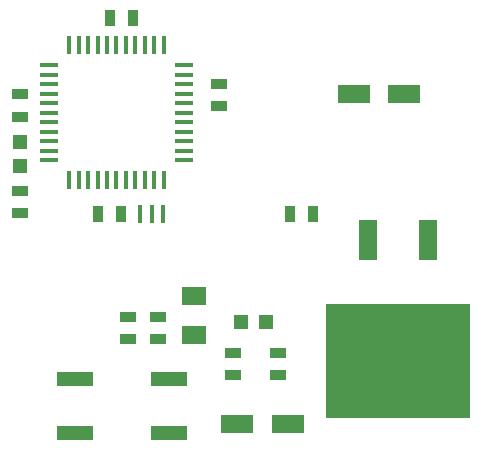
<source format=gtp>
G04 (created by PCBNEW-RS274X (2011-nov-30)-testing) date Tue 24 Jan 2012 06:26:41 PM EST*
G01*
G70*
G90*
%MOIN*%
G04 Gerber Fmt 3.4, Leading zero omitted, Abs format*
%FSLAX34Y34*%
G04 APERTURE LIST*
%ADD10C,0.006000*%
%ADD11R,0.110200X0.063000*%
%ADD12R,0.047200X0.047200*%
%ADD13R,0.055000X0.035000*%
%ADD14R,0.035000X0.055000*%
%ADD15R,0.080000X0.060000*%
%ADD16R,0.480300X0.383900*%
%ADD17R,0.063000X0.137800*%
%ADD18R,0.060000X0.016000*%
%ADD19R,0.016000X0.060000*%
%ADD20R,0.122000X0.051200*%
%ADD21R,0.011800X0.063000*%
G04 APERTURE END LIST*
G54D10*
G54D11*
X60654Y-63000D03*
X62346Y-63000D03*
X64529Y-52000D03*
X66221Y-52000D03*
G54D12*
X60787Y-59600D03*
X61613Y-59600D03*
X53400Y-53587D03*
X53400Y-54413D03*
G54D13*
X62000Y-60625D03*
X62000Y-61375D03*
X53400Y-55225D03*
X53400Y-55975D03*
G54D14*
X56025Y-56000D03*
X56775Y-56000D03*
G54D13*
X58000Y-60175D03*
X58000Y-59425D03*
X57000Y-60175D03*
X57000Y-59425D03*
G54D14*
X63175Y-56000D03*
X62425Y-56000D03*
G54D13*
X60500Y-60625D03*
X60500Y-61375D03*
X53400Y-52005D03*
X53400Y-52755D03*
G54D14*
X57175Y-49480D03*
X56425Y-49480D03*
G54D13*
X60055Y-52414D03*
X60055Y-51664D03*
G54D15*
X59200Y-58750D03*
X59200Y-60050D03*
G54D16*
X66000Y-60907D03*
G54D17*
X67000Y-56862D03*
X65000Y-56862D03*
G54D18*
X54375Y-52625D03*
X54375Y-52940D03*
X54375Y-53255D03*
X54375Y-53570D03*
X54375Y-53885D03*
X54375Y-54200D03*
X54375Y-52310D03*
X54375Y-51995D03*
X54375Y-51680D03*
X54375Y-51365D03*
X54375Y-51050D03*
X58875Y-52625D03*
X58875Y-52940D03*
X58875Y-53255D03*
X58875Y-53570D03*
X58875Y-53885D03*
X58875Y-54200D03*
X58875Y-52310D03*
X58875Y-51995D03*
X58875Y-51680D03*
X58875Y-51365D03*
X58875Y-51050D03*
G54D19*
X56625Y-54875D03*
X56625Y-50375D03*
X56940Y-54875D03*
X56940Y-50375D03*
X57255Y-50375D03*
X57255Y-54875D03*
X57570Y-54875D03*
X57570Y-50375D03*
X57885Y-50375D03*
X57885Y-54875D03*
X58200Y-54875D03*
X58200Y-50375D03*
X56310Y-50375D03*
X56310Y-54875D03*
X55995Y-54875D03*
X55995Y-50375D03*
X55680Y-50375D03*
X55680Y-54875D03*
X55365Y-54875D03*
X55365Y-50375D03*
X55050Y-50375D03*
X55050Y-54875D03*
G54D20*
X58365Y-61514D03*
X55235Y-61514D03*
X55235Y-63286D03*
X58365Y-63286D03*
G54D21*
X57800Y-56000D03*
X57426Y-56000D03*
X58174Y-56000D03*
M02*

</source>
